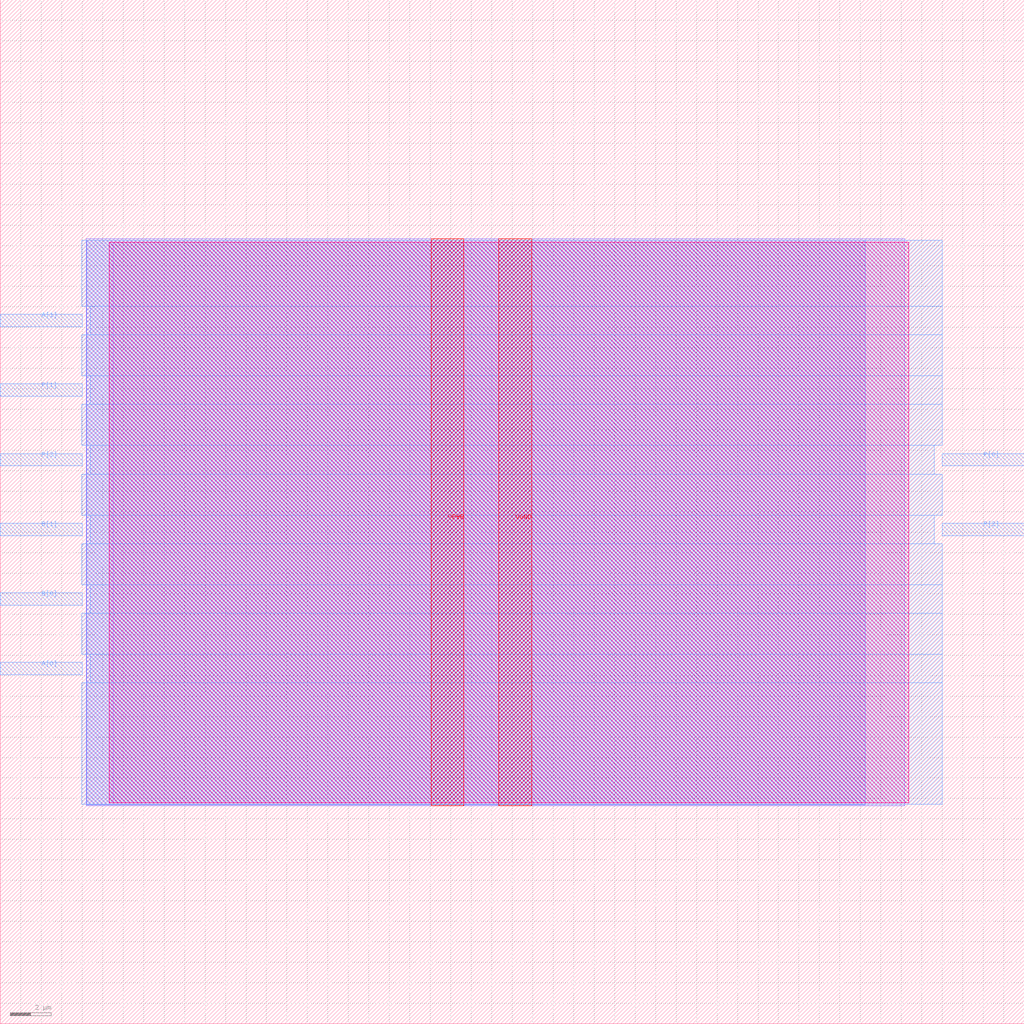
<source format=lef>
VERSION 5.7 ;
  NOWIREEXTENSIONATPIN ON ;
  DIVIDERCHAR "/" ;
  BUSBITCHARS "[]" ;
MACRO SarsanstepsNada_e8_1
  CLASS BLOCK ;
  FOREIGN SarsanstepsNada_e8_1 ;
  ORIGIN 0.000 0.000 ;
  SIZE 50.000 BY 50.000 ;
  PIN A[0]
    DIRECTION INPUT ;
    USE SIGNAL ;
    ANTENNAGATEAREA 0.196500 ;
    PORT
      LAYER met3 ;
        RECT 0.000 17.040 4.000 17.640 ;
    END
  END A[0]
  PIN A[1]
    DIRECTION INPUT ;
    USE SIGNAL ;
    ANTENNAGATEAREA 0.196500 ;
    PORT
      LAYER met3 ;
        RECT 0.000 34.040 4.000 34.640 ;
    END
  END A[1]
  PIN B[0]
    DIRECTION INPUT ;
    USE SIGNAL ;
    ANTENNAGATEAREA 0.196500 ;
    PORT
      LAYER met3 ;
        RECT 0.000 20.440 4.000 21.040 ;
    END
  END B[0]
  PIN B[1]
    DIRECTION INPUT ;
    USE SIGNAL ;
    ANTENNAGATEAREA 0.196500 ;
    PORT
      LAYER met3 ;
        RECT 0.000 23.840 4.000 24.440 ;
    END
  END B[1]
  PIN P[0]
    DIRECTION OUTPUT ;
    USE SIGNAL ;
    ANTENNADIFFAREA 0.445500 ;
    PORT
      LAYER met3 ;
        RECT 46.000 27.240 50.000 27.840 ;
    END
  END P[0]
  PIN P[1]
    DIRECTION OUTPUT ;
    USE SIGNAL ;
    ANTENNADIFFAREA 0.445500 ;
    PORT
      LAYER met3 ;
        RECT 0.000 30.640 4.000 31.240 ;
    END
  END P[1]
  PIN P[2]
    DIRECTION OUTPUT ;
    USE SIGNAL ;
    ANTENNADIFFAREA 0.445500 ;
    PORT
      LAYER met3 ;
        RECT 46.000 23.840 50.000 24.440 ;
    END
  END P[2]
  PIN P[3]
    DIRECTION OUTPUT ;
    USE SIGNAL ;
    ANTENNADIFFAREA 0.445500 ;
    PORT
      LAYER met3 ;
        RECT 0.000 27.240 4.000 27.840 ;
    END
  END P[3]
  PIN VGND
    DIRECTION INOUT ;
    USE GROUND ;
    PORT
      LAYER met4 ;
        RECT 24.340 10.640 25.940 38.320 ;
    END
  END VGND
  PIN VPWR
    DIRECTION INOUT ;
    USE POWER ;
    PORT
      LAYER met4 ;
        RECT 21.040 10.640 22.640 38.320 ;
    END
  END VPWR
  OBS
      LAYER nwell ;
        RECT 5.330 10.795 44.350 38.165 ;
      LAYER li1 ;
        RECT 5.520 10.795 44.160 38.165 ;
      LAYER met1 ;
        RECT 4.210 10.640 44.160 38.320 ;
      LAYER met2 ;
        RECT 4.230 10.695 42.230 38.265 ;
      LAYER met3 ;
        RECT 3.990 35.040 46.000 38.245 ;
        RECT 4.400 33.640 46.000 35.040 ;
        RECT 3.990 31.640 46.000 33.640 ;
        RECT 4.400 30.240 46.000 31.640 ;
        RECT 3.990 28.240 46.000 30.240 ;
        RECT 4.400 26.840 45.600 28.240 ;
        RECT 3.990 24.840 46.000 26.840 ;
        RECT 4.400 23.440 45.600 24.840 ;
        RECT 3.990 21.440 46.000 23.440 ;
        RECT 4.400 20.040 46.000 21.440 ;
        RECT 3.990 18.040 46.000 20.040 ;
        RECT 4.400 16.640 46.000 18.040 ;
        RECT 3.990 10.715 46.000 16.640 ;
  END
END SarsanstepsNada_e8_1
END LIBRARY


</source>
